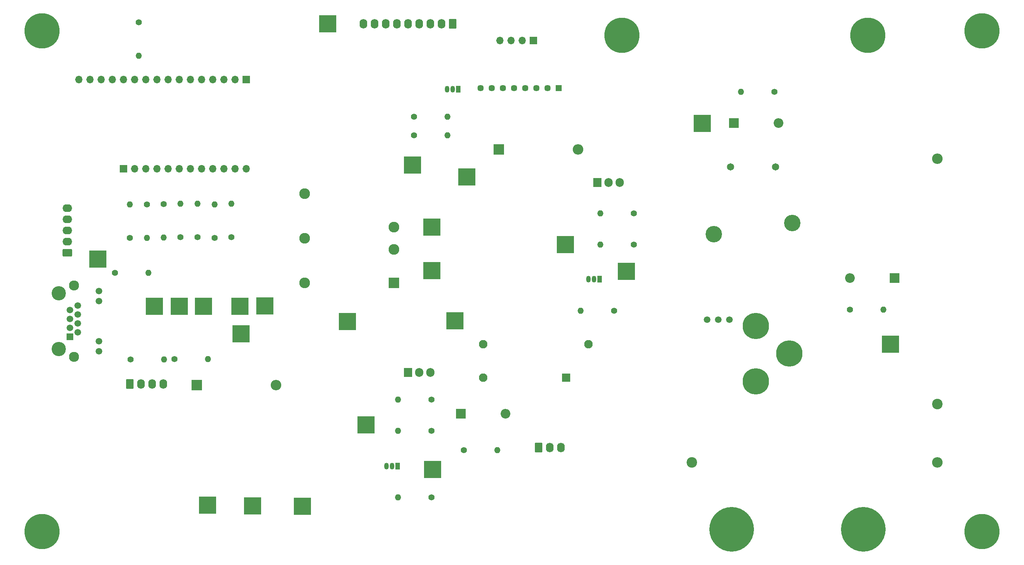
<source format=gbs>
G04 #@! TF.GenerationSoftware,KiCad,Pcbnew,7.0.8*
G04 #@! TF.CreationDate,2023-11-09T10:36:58-05:00*
G04 #@! TF.ProjectId,mecc-pcb-kicad,6d656363-2d70-4636-922d-6b696361642e,v1*
G04 #@! TF.SameCoordinates,Original*
G04 #@! TF.FileFunction,Soldermask,Bot*
G04 #@! TF.FilePolarity,Negative*
%FSLAX46Y46*%
G04 Gerber Fmt 4.6, Leading zero omitted, Abs format (unit mm)*
G04 Created by KiCad (PCBNEW 7.0.8) date 2023-11-09 10:36:58*
%MOMM*%
%LPD*%
G01*
G04 APERTURE LIST*
G04 Aperture macros list*
%AMRoundRect*
0 Rectangle with rounded corners*
0 $1 Rounding radius*
0 $2 $3 $4 $5 $6 $7 $8 $9 X,Y pos of 4 corners*
0 Add a 4 corners polygon primitive as box body*
4,1,4,$2,$3,$4,$5,$6,$7,$8,$9,$2,$3,0*
0 Add four circle primitives for the rounded corners*
1,1,$1+$1,$2,$3*
1,1,$1+$1,$4,$5*
1,1,$1+$1,$6,$7*
1,1,$1+$1,$8,$9*
0 Add four rect primitives between the rounded corners*
20,1,$1+$1,$2,$3,$4,$5,0*
20,1,$1+$1,$4,$5,$6,$7,0*
20,1,$1+$1,$6,$7,$8,$9,0*
20,1,$1+$1,$8,$9,$2,$3,0*%
G04 Aperture macros list end*
%ADD10R,4.000000X4.000000*%
%ADD11C,1.400000*%
%ADD12O,1.400000X1.400000*%
%ADD13O,1.050000X1.500000*%
%ADD14R,1.050000X1.500000*%
%ADD15C,8.000000*%
%ADD16R,2.400000X2.400000*%
%ADD17O,2.400000X2.400000*%
%ADD18R,1.950000X1.950000*%
%ADD19C,1.950000*%
%ADD20C,6.000000*%
%ADD21C,1.500000*%
%ADD22R,2.200000X2.200000*%
%ADD23O,2.200000X2.200000*%
%ADD24C,3.750000*%
%ADD25C,1.650000*%
%ADD26C,2.400000*%
%ADD27R,1.450000X1.450000*%
%ADD28C,1.450000*%
%ADD29C,3.250000*%
%ADD30R,1.500000X1.500000*%
%ADD31C,2.300000*%
%ADD32RoundRect,0.250000X0.620000X0.845000X-0.620000X0.845000X-0.620000X-0.845000X0.620000X-0.845000X0*%
%ADD33O,1.740000X2.190000*%
%ADD34RoundRect,0.250000X0.845000X-0.620000X0.845000X0.620000X-0.845000X0.620000X-0.845000X-0.620000X0*%
%ADD35O,2.190000X1.740000*%
%ADD36R,1.700000X1.700000*%
%ADD37O,1.700000X1.700000*%
%ADD38RoundRect,0.102000X1.125000X1.125000X-1.125000X1.125000X-1.125000X-1.125000X1.125000X-1.125000X0*%
%ADD39C,2.454000*%
%ADD40O,1.905000X2.000000*%
%ADD41R,1.905000X2.000000*%
%ADD42C,10.160000*%
%ADD43RoundRect,0.250000X-0.620000X-0.845000X0.620000X-0.845000X0.620000X0.845000X-0.620000X0.845000X0*%
G04 APERTURE END LIST*
D10*
G04 #@! TO.C,TP7*
X172000000Y-154000000D03*
G04 #@! TD*
G04 #@! TO.C,24V_1*
X125900000Y-196200000D03*
G04 #@! TD*
D11*
G04 #@! TO.C,R7*
X117300000Y-135100000D03*
D12*
X117300000Y-127480000D03*
G04 #@! TD*
D13*
G04 #@! TO.C,Q1*
X156445000Y-187099375D03*
X157715000Y-187099375D03*
D14*
X158985000Y-187099375D03*
G04 #@! TD*
D10*
G04 #@! TO.C,5V_1*
X137250000Y-196250000D03*
G04 #@! TD*
D15*
G04 #@! TO.C,*
X266000000Y-89000000D03*
G04 #@! TD*
G04 #@! TO.C,*
X210000000Y-89000000D03*
G04 #@! TD*
D16*
G04 #@! TO.C,C1*
X182000000Y-115000000D03*
D17*
X200000000Y-115000000D03*
G04 #@! TD*
D18*
G04 #@! TO.C,DISCHARGE_RELAY1*
X197335000Y-167005000D03*
D19*
X202375000Y-159385000D03*
X178435000Y-167005000D03*
X178435000Y-159385000D03*
G04 #@! TD*
D11*
G04 #@! TO.C,R_RELAY_PULLDOWN1*
X261882500Y-151447500D03*
D12*
X269502500Y-151447500D03*
G04 #@! TD*
D11*
G04 #@! TO.C,R_RELAY_PULLDOWN3*
X244721875Y-101900000D03*
D12*
X237101875Y-101900000D03*
G04 #@! TD*
D20*
G04 #@! TO.C,U1*
X248104600Y-161428000D03*
X240481600Y-155205000D03*
X240481600Y-167778000D03*
D21*
X234480000Y-153800000D03*
X231940000Y-153800000D03*
X229400000Y-153800000D03*
G04 #@! TD*
D10*
G04 #@! TO.C,TP5*
X271145000Y-159385000D03*
G04 #@! TD*
G04 #@! TO.C,TP14*
X162350000Y-118550000D03*
G04 #@! TD*
D11*
G04 #@! TO.C,R6*
X100000000Y-86000000D03*
D12*
X100000000Y-93620000D03*
G04 #@! TD*
D10*
G04 #@! TO.C,TP3*
X166883750Y-187849375D03*
G04 #@! TD*
D22*
G04 #@! TO.C,D3*
X235520000Y-108968750D03*
D23*
X245680000Y-108968750D03*
G04 #@! TD*
D10*
G04 #@! TO.C,3.3V_1*
X115700000Y-196000000D03*
G04 #@! TD*
D11*
G04 #@! TO.C,RHIGH_10k2*
X166621250Y-194199375D03*
D12*
X159001250Y-194199375D03*
G04 #@! TD*
D24*
G04 #@! TO.C,HIGH_SIDE_RELAY1*
X230950000Y-134250000D03*
X248750000Y-131750000D03*
D25*
X234750000Y-118950000D03*
X244950000Y-118950000D03*
G04 #@! TD*
D10*
G04 #@! TO.C,TP17*
X143000000Y-86350000D03*
G04 #@! TD*
D11*
G04 #@! TO.C,R9*
X101900000Y-127500000D03*
D12*
X101900000Y-135120000D03*
G04 #@! TD*
D11*
G04 #@! TO.C,RHIGH_10k4*
X212737500Y-136656250D03*
D12*
X205117500Y-136656250D03*
G04 #@! TD*
D10*
G04 #@! TO.C,GND_1*
X174700000Y-121250000D03*
G04 #@! TD*
D11*
G04 #@! TO.C,RHIGH_10k1*
X208200000Y-151700000D03*
D12*
X200580000Y-151700000D03*
G04 #@! TD*
D11*
G04 #@! TO.C,R3*
X105700000Y-127400000D03*
D12*
X105700000Y-135020000D03*
G04 #@! TD*
D10*
G04 #@! TO.C,TP4*
X211000000Y-142800000D03*
G04 #@! TD*
D22*
G04 #@! TO.C,D4*
X173335000Y-175199375D03*
D23*
X183495000Y-175199375D03*
G04 #@! TD*
D26*
G04 #@! TO.C,R_PRECHARGE1*
X281841875Y-172962500D03*
D17*
X281841875Y-117082500D03*
G04 #@! TD*
D27*
G04 #@! TO.C,J2*
X195580000Y-101000000D03*
D28*
X193040000Y-101000000D03*
X190500000Y-101000000D03*
X187960000Y-101000000D03*
X185420000Y-101000000D03*
X182880000Y-101000000D03*
X180340000Y-101000000D03*
X177800000Y-101000000D03*
G04 #@! TD*
D29*
G04 #@! TO.C,J3*
X81860000Y-160490000D03*
X81860000Y-147790000D03*
D30*
X84400000Y-157700000D03*
D21*
X86180000Y-156684000D03*
X84400000Y-155668000D03*
X86180000Y-154652000D03*
X84400000Y-153636000D03*
X86180000Y-152620000D03*
X84400000Y-151604000D03*
X86180000Y-150588000D03*
X91000000Y-161000000D03*
X91000000Y-158710000D03*
X91000000Y-149570000D03*
X91000000Y-147280000D03*
D31*
X85290000Y-162270000D03*
X85290000Y-146010000D03*
G04 #@! TD*
D32*
G04 #@! TO.C,J7*
X171450000Y-86360000D03*
D33*
X168910000Y-86360000D03*
X166370000Y-86360000D03*
X163830000Y-86360000D03*
X161290000Y-86360000D03*
X158750000Y-86360000D03*
X156210000Y-86360000D03*
X153670000Y-86360000D03*
X151130000Y-86360000D03*
G04 #@! TD*
D26*
G04 #@! TO.C,R_DISCHARGE1*
X225950000Y-186250000D03*
D17*
X281830000Y-186250000D03*
G04 #@! TD*
D34*
G04 #@! TO.C,J6*
X83750000Y-138500000D03*
D35*
X83750000Y-135960000D03*
X83750000Y-133420000D03*
X83750000Y-130880000D03*
X83750000Y-128340000D03*
G04 #@! TD*
D11*
G04 #@! TO.C,R8*
X121100000Y-135000000D03*
D12*
X121100000Y-127380000D03*
G04 #@! TD*
D36*
G04 #@! TO.C,JP1*
X96520000Y-119380000D03*
D37*
X99060000Y-119380000D03*
X101600000Y-119380000D03*
X104140000Y-119380000D03*
X106680000Y-119380000D03*
X109220000Y-119380000D03*
X111760000Y-119380000D03*
X114300000Y-119380000D03*
X116840000Y-119380000D03*
X119380000Y-119380000D03*
X121920000Y-119380000D03*
X124460000Y-119380000D03*
G04 #@! TD*
D10*
G04 #@! TO.C,TP16*
X123100000Y-150700000D03*
G04 #@! TD*
G04 #@! TO.C,TP2*
X151750000Y-177750000D03*
G04 #@! TD*
D15*
G04 #@! TO.C,GND*
X78000000Y-88000000D03*
G04 #@! TD*
D10*
G04 #@! TO.C,TP18*
X147550000Y-154200000D03*
G04 #@! TD*
G04 #@! TO.C,TP8*
X166752000Y-142591000D03*
G04 #@! TD*
D11*
G04 #@! TO.C,RHIGH_10k3*
X166621250Y-179118125D03*
D12*
X159001250Y-179118125D03*
G04 #@! TD*
D11*
G04 #@! TO.C,R11*
X162690000Y-107500000D03*
D12*
X170310000Y-107500000D03*
G04 #@! TD*
D11*
G04 #@! TO.C,RHIGH_10k5*
X166621250Y-171974375D03*
D12*
X159001250Y-171974375D03*
G04 #@! TD*
D38*
G04 #@! TO.C,J5*
X158115000Y-145415000D03*
D39*
X158115000Y-137795000D03*
X158115000Y-132715000D03*
X137795000Y-125095000D03*
X137795000Y-135255000D03*
X137795000Y-145415000D03*
G04 #@! TD*
D10*
G04 #@! TO.C,TP15*
X128750000Y-150600000D03*
G04 #@! TD*
D40*
G04 #@! TO.C,Q3*
X163875000Y-165775625D03*
D41*
X161335000Y-165775625D03*
D40*
X166415000Y-165775625D03*
G04 #@! TD*
D11*
G04 #@! TO.C,RHIGH_10k6*
X212737500Y-129512500D03*
D12*
X205117500Y-129512500D03*
G04 #@! TD*
D42*
G04 #@! TO.C,J1*
X265000000Y-201500000D03*
X235030000Y-201500000D03*
G04 #@! TD*
D11*
G04 #@! TO.C,R2*
X108200000Y-162700000D03*
D12*
X115820000Y-162700000D03*
G04 #@! TD*
D10*
G04 #@! TO.C,TP13*
X90750000Y-140000000D03*
G04 #@! TD*
G04 #@! TO.C,TP1*
X197125000Y-136656250D03*
G04 #@! TD*
D11*
G04 #@! TO.C,R12*
X162690000Y-111750000D03*
D12*
X170310000Y-111750000D03*
G04 #@! TD*
D15*
G04 #@! TO.C,GND*
X292000000Y-88000000D03*
G04 #@! TD*
D10*
G04 #@! TO.C,TP6*
X228315625Y-109043750D03*
G04 #@! TD*
G04 #@! TO.C,TP11*
X109250000Y-150700000D03*
G04 #@! TD*
D11*
G04 #@! TO.C,R_RELAY_PULLDOWN4*
X173990000Y-183515000D03*
D12*
X181610000Y-183515000D03*
G04 #@! TD*
D11*
G04 #@! TO.C,R13*
X94600000Y-143100000D03*
D12*
X102220000Y-143100000D03*
G04 #@! TD*
D43*
G04 #@! TO.C,J9*
X191020000Y-182900000D03*
D33*
X193560000Y-182900000D03*
X196100000Y-182900000D03*
G04 #@! TD*
D11*
G04 #@! TO.C,R4*
X109500000Y-135000000D03*
D12*
X109500000Y-127380000D03*
G04 #@! TD*
D22*
G04 #@! TO.C,D1*
X272080000Y-144300000D03*
D23*
X261920000Y-144300000D03*
G04 #@! TD*
D11*
G04 #@! TO.C,R1*
X98150000Y-162800000D03*
D12*
X105770000Y-162800000D03*
G04 #@! TD*
D43*
G04 #@! TO.C,J8*
X98000000Y-168400000D03*
D33*
X100540000Y-168400000D03*
X103080000Y-168400000D03*
X105620000Y-168400000D03*
G04 #@! TD*
D10*
G04 #@! TO.C,TP12*
X114800000Y-150700000D03*
G04 #@! TD*
D11*
G04 #@! TO.C,R5*
X113400000Y-135000000D03*
D12*
X113400000Y-127380000D03*
G04 #@! TD*
D15*
G04 #@! TO.C,GND*
X78000000Y-202000000D03*
G04 #@! TD*
D36*
G04 #@! TO.C,J4*
X189865000Y-90170000D03*
D37*
X187325000Y-90170000D03*
X184785000Y-90170000D03*
X182245000Y-90170000D03*
G04 #@! TD*
D10*
G04 #@! TO.C,TP9*
X123350000Y-157000000D03*
G04 #@! TD*
D36*
G04 #@! TO.C,JP2*
X124460000Y-99060000D03*
D37*
X121920000Y-99060000D03*
X119380000Y-99060000D03*
X116840000Y-99060000D03*
X114300000Y-99060000D03*
X111760000Y-99060000D03*
X109220000Y-99060000D03*
X106680000Y-99060000D03*
X104140000Y-99060000D03*
X101600000Y-99060000D03*
X99060000Y-99060000D03*
X96520000Y-99060000D03*
X93980000Y-99060000D03*
X91440000Y-99060000D03*
X88900000Y-99060000D03*
X86360000Y-99060000D03*
G04 #@! TD*
D11*
G04 #@! TO.C,R10*
X98000000Y-135100000D03*
D12*
X98000000Y-127480000D03*
G04 #@! TD*
D40*
G04 #@! TO.C,Q4*
X206960000Y-122520000D03*
D41*
X204420000Y-122520000D03*
D40*
X209500000Y-122520000D03*
G04 #@! TD*
D10*
G04 #@! TO.C,TP9*
X166752000Y-132685000D03*
G04 #@! TD*
G04 #@! TO.C,TP10*
X103600000Y-150750000D03*
G04 #@! TD*
D16*
G04 #@! TO.C,C2*
X113250000Y-168642500D03*
D17*
X131250000Y-168642500D03*
G04 #@! TD*
D15*
G04 #@! TO.C,GND*
X292000000Y-202000000D03*
G04 #@! TD*
D13*
G04 #@! TO.C,Q5*
X170210000Y-101250000D03*
X171480000Y-101250000D03*
D14*
X172750000Y-101250000D03*
G04 #@! TD*
D13*
G04 #@! TO.C,Q2*
X202400000Y-144500000D03*
X203670000Y-144500000D03*
D14*
X204940000Y-144500000D03*
G04 #@! TD*
M02*

</source>
